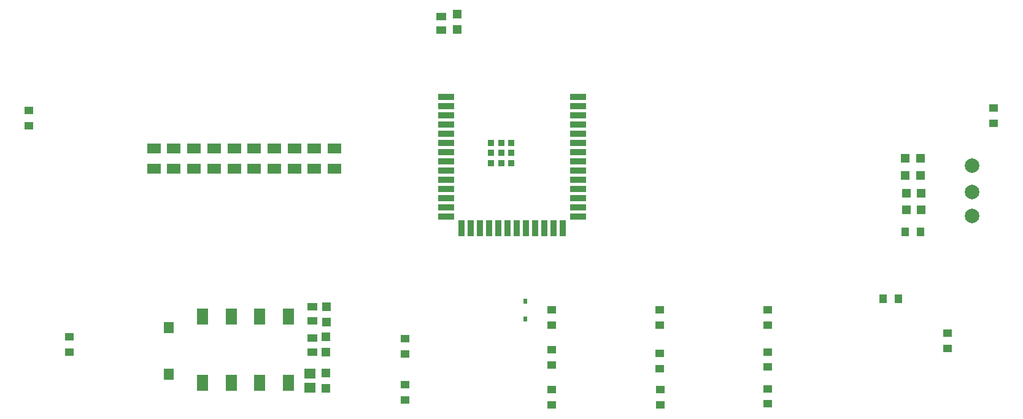
<source format=gtp>
%FSTAX23Y23*%
%MOIN*%
%SFA1B1*%

%IPPOS*%
%ADD20R,0.043307X0.051181*%
%ADD21R,0.055441X0.039626*%
%ADD22R,0.051181X0.043307*%
%ADD23R,0.047244X0.047244*%
%ADD24R,0.062992X0.086614*%
%ADD25R,0.062992X0.085827*%
%ADD26R,0.047244X0.047244*%
%ADD27R,0.061024X0.053150*%
%ADD28R,0.075197X0.053937*%
%ADD29R,0.023622X0.031496*%
%ADD30C,0.078740*%
%ADD31R,0.035433X0.035433*%
%ADD32R,0.035433X0.088582*%
%ADD33R,0.088582X0.035433*%
%ADD34R,0.055118X0.059055*%
%ADD35R,0.057087X0.041339*%
%LNbrushed_pcb-1*%
%LPD*%
G54D20*
X02098Y-00496D03*
X02016D03*
X0222Y-00134D03*
X02137D03*
G54D21*
X-01085Y-00785D03*
Y-0071D03*
X-01084Y-00541D03*
Y-00616D03*
G54D22*
X-00581Y-01047D03*
Y-00964D03*
X02617Y00457D03*
Y00539D03*
X-02404Y-00785D03*
Y-00702D03*
X-02623Y00445D03*
Y00528D03*
X00802Y-00556D03*
Y-00639D03*
X00216Y-00556D03*
Y-00639D03*
X0139Y-00556D03*
Y-00639D03*
X02366Y-00683D03*
Y-00765D03*
X00216Y-00857D03*
Y-00774D03*
X0139Y-00868D03*
Y-00785D03*
X00802Y-00877D03*
Y-00794D03*
X00805Y-01074D03*
Y-00991D03*
X0139Y-01068D03*
Y-00985D03*
X-00581Y-00795D03*
Y-00712D03*
X00216Y-00991D03*
Y-01074D03*
G54D23*
X0222Y00266D03*
X02137D03*
X0222Y00172D03*
X02137D03*
X02224Y00077D03*
X02141D03*
X02224Y-00012D03*
X02141D03*
G54D24*
X-01525Y-00592D03*
X-0137Y-00954D03*
X-01214D03*
X-01682Y-00592D03*
G54D25*
X-01525Y-00954D03*
X-0137Y-00592D03*
X-01214D03*
X-01682Y-00954D03*
G54D26*
X-0101Y-00785D03*
Y-00702D03*
X-01009Y-00624D03*
Y-00541D03*
X-01011Y-009D03*
Y-00983D03*
X-00299Y00968D03*
Y01051D03*
G54D27*
X-01096Y-00979D03*
Y-00902D03*
G54D28*
X-01291Y0032D03*
Y00209D03*
X-014Y0032D03*
Y00209D03*
X-01509Y0032D03*
Y00209D03*
X-01618Y0032D03*
Y00209D03*
X-01836Y0032D03*
Y00209D03*
X-01945Y0032D03*
Y00209D03*
X-01727Y0032D03*
Y00209D03*
X-01073Y0032D03*
Y00209D03*
X-01182Y0032D03*
Y00209D03*
X-00964Y0032D03*
Y00209D03*
G54D29*
X00074Y-00608D03*
Y-00509D03*
G54D30*
X025Y00228D03*
Y00082D03*
Y-00047D03*
G54D31*
X-00003Y00351D03*
X-00059D03*
X-00114D03*
X-00003Y00241D03*
X-00059D03*
X-00114D03*
X-00003Y00296D03*
X-00114D03*
X-00059D03*
G54D32*
X00275Y-00114D03*
X00225D03*
X00175D03*
X00125D03*
X00075D03*
X00025D03*
X-00025D03*
X-00075D03*
X-00125D03*
X-00175D03*
X-00225D03*
X-00275D03*
G54D33*
X0036Y006D03*
Y-00049D03*
Y0D03*
Y0005D03*
Y001D03*
Y0015D03*
Y002D03*
Y0025D03*
Y003D03*
Y0035D03*
Y004D03*
Y0045D03*
Y005D03*
Y0055D03*
X-00359Y0045D03*
Y004D03*
Y0035D03*
Y003D03*
Y0025D03*
Y002D03*
Y0015D03*
Y001D03*
Y0005D03*
Y0D03*
Y-00049D03*
Y005D03*
Y0055D03*
Y006D03*
G54D34*
X-01863Y-00908D03*
Y-00653D03*
G54D35*
X-00385Y01037D03*
Y00964D03*
M02*
</source>
